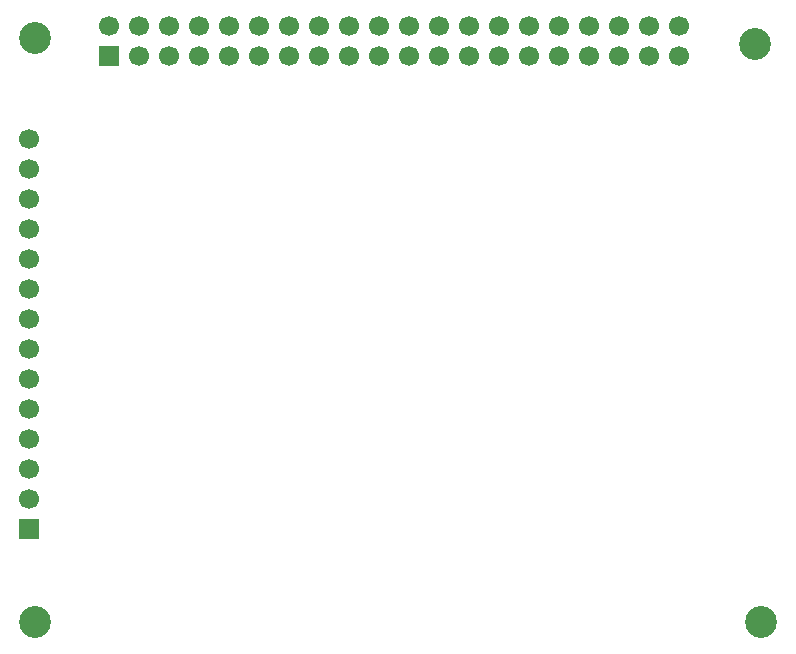
<source format=gbr>
%TF.GenerationSoftware,KiCad,Pcbnew,9.0.2*%
%TF.CreationDate,2025-10-25T22:23:18+02:00*%
%TF.ProjectId,raspberry screen,72617370-6265-4727-9279-207363726565,rev?*%
%TF.SameCoordinates,Original*%
%TF.FileFunction,Soldermask,Bot*%
%TF.FilePolarity,Negative*%
%FSLAX46Y46*%
G04 Gerber Fmt 4.6, Leading zero omitted, Abs format (unit mm)*
G04 Created by KiCad (PCBNEW 9.0.2) date 2025-10-25 22:23:18*
%MOMM*%
%LPD*%
G01*
G04 APERTURE LIST*
%ADD10C,2.700000*%
%ADD11R,1.700000X1.700000*%
%ADD12C,1.700000*%
G04 APERTURE END LIST*
D10*
%TO.C,REF\u002A\u002A2*%
X3500000Y-53000000D03*
%TD*%
D11*
%TO.C,J2*%
X3000000Y-45120000D03*
D12*
X3000000Y-42580000D03*
X3000000Y-40040000D03*
X3000000Y-37500000D03*
X3000000Y-34960000D03*
X3000000Y-32420000D03*
X3000000Y-29880000D03*
X3000000Y-27340000D03*
X3000000Y-24800000D03*
X3000000Y-22260000D03*
X3000000Y-19720000D03*
X3000000Y-17180000D03*
X3000000Y-14640000D03*
X3000000Y-12100000D03*
%TD*%
D10*
%TO.C,REF\u002A\u002A*%
X65000000Y-53000000D03*
%TD*%
%TO.C,REF\u002A\u002A3*%
X3500000Y-3500000D03*
%TD*%
%TO.C,REF\u002A\u002A1*%
X64500000Y-4000000D03*
%TD*%
D11*
%TO.C,J3*%
X9800000Y-5000000D03*
D12*
X9800000Y-2460000D03*
X12340000Y-5000000D03*
X12340000Y-2460000D03*
X14880000Y-5000000D03*
X14880000Y-2460000D03*
X17420000Y-5000000D03*
X17420000Y-2460000D03*
X19960000Y-5000000D03*
X19960000Y-2460000D03*
X22500000Y-5000000D03*
X22500000Y-2460000D03*
X25040000Y-5000000D03*
X25040000Y-2460000D03*
X27580000Y-5000000D03*
X27580000Y-2460000D03*
X30120000Y-5000000D03*
X30120000Y-2460000D03*
X32660000Y-5000000D03*
X32660000Y-2460000D03*
X35200000Y-5000000D03*
X35200000Y-2460000D03*
X37740000Y-5000000D03*
X37740000Y-2460000D03*
X40280000Y-5000000D03*
X40280000Y-2460000D03*
X42820000Y-5000000D03*
X42820000Y-2460000D03*
X45360000Y-5000000D03*
X45360000Y-2460000D03*
X47900000Y-5000000D03*
X47900000Y-2460000D03*
X50440000Y-5000000D03*
X50440000Y-2460000D03*
X52980000Y-5000000D03*
X52980000Y-2460000D03*
X55520000Y-5000000D03*
X55520000Y-2460000D03*
X58060000Y-5000000D03*
X58060000Y-2460000D03*
%TD*%
M02*

</source>
